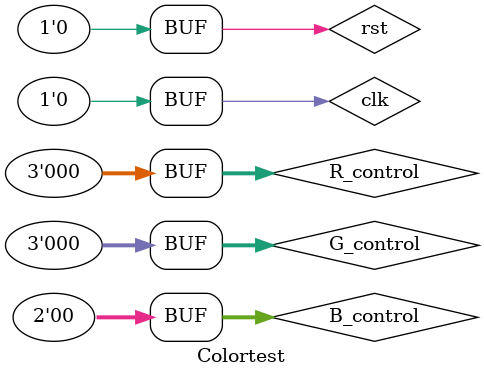
<source format=v>
`timescale 1ns / 1ps


module Colortest;

	// Inputs
	reg rst;
	reg clk;
	reg [2:0] R_control;
	reg [2:0] G_control;
	reg [1:0] B_control;

	// Outputs
	wire [2:0] R;
	wire [2:0] G;
	wire [1:0] B;
	wire HS;
	wire VS;

	// Instantiate the Unit Under Test (UUT)
	vga_display uut (
		.rst(rst), 
		.clk(clk), 
		.R(R), 
		.G(G), 
		.B(B), 
		.HS(HS), 
		.VS(VS), 
		.R_control(R_control), 
		.G_control(G_control), 
		.B_control(B_control)
	);

	initial begin
		// Initialize Inputs
		rst = 0;
		clk = 0;
		R_control = 0;
		G_control = 0;
		B_control = 0;

		// Wait 100 ns for global reset to finish
		#100;
        
		// Add stimulus here

	end
      
endmodule


</source>
